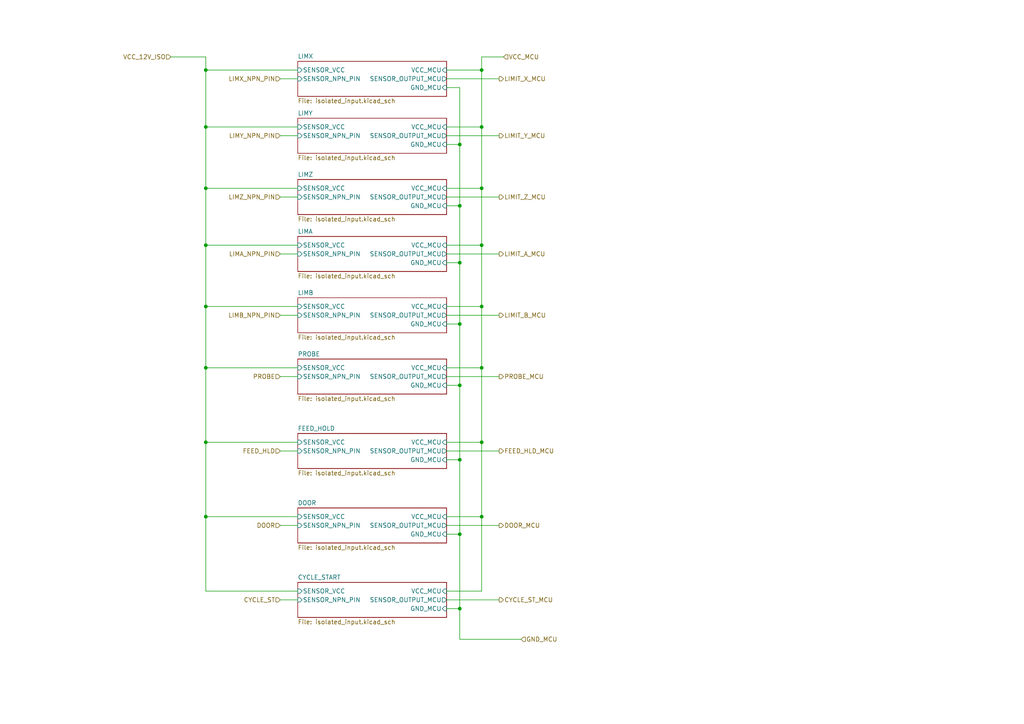
<source format=kicad_sch>
(kicad_sch (version 20211123) (generator eeschema)
  (paper "A4")
  (lib_symbols)
  (junction (at 59.69 20.32))
  (junction (at 59.69 106.68))
  (junction (at 133.35 76.2))
  (junction (at 59.69 149.86))
  (junction (at 139.7 128.27))
  (junction (at 139.7 54.61))
  (junction (at 139.7 106.68))
  (junction (at 133.35 133.35))
  (junction (at 59.69 36.83))
  (junction (at 139.7 36.83))
  (junction (at 133.35 154.94))
  (junction (at 139.7 88.9))
  (junction (at 133.35 41.91))
  (junction (at 59.69 54.61))
  (junction (at 133.35 176.53))
  (junction (at 59.69 128.27))
  (junction (at 133.35 93.98))
  (junction (at 59.69 71.12))
  (junction (at 139.7 20.32))
  (junction (at 133.35 111.76))
  (junction (at 59.69 88.9))
  (junction (at 133.35 59.69))
  (junction (at 139.7 149.86))
  (junction (at 139.7 71.12))
  (wire (pts (xy 133.35 76.2) (xy 133.35 93.98)))
  (wire (pts (xy 81.28 57.15) (xy 86.36 57.15)))
  (wire (pts (xy 133.35 154.94) (xy 133.35 176.53)))
  (wire (pts (xy 139.7 54.61) (xy 139.7 71.12)))
  (wire (pts (xy 129.54 59.69) (xy 133.35 59.69)))
  (wire (pts (xy 129.54 106.68) (xy 139.7 106.68)))
  (wire (pts (xy 86.36 71.12) (xy 59.69 71.12)))
  (wire (pts (xy 129.54 57.15) (xy 144.78 57.15)))
  (wire (pts (xy 139.7 20.32) (xy 129.54 20.32)))
  (wire (pts (xy 146.05 16.51) (xy 139.7 16.51)))
  (wire (pts (xy 81.28 152.4) (xy 86.36 152.4)))
  (wire (pts (xy 129.54 111.76) (xy 133.35 111.76)))
  (wire (pts (xy 133.35 111.76) (xy 133.35 133.35)))
  (wire (pts (xy 139.7 71.12) (xy 139.7 88.9)))
  (wire (pts (xy 59.69 88.9) (xy 59.69 106.68)))
  (wire (pts (xy 139.7 88.9) (xy 139.7 106.68)))
  (wire (pts (xy 129.54 152.4) (xy 144.78 152.4)))
  (wire (pts (xy 129.54 109.22) (xy 144.78 109.22)))
  (wire (pts (xy 129.54 25.4) (xy 133.35 25.4)))
  (wire (pts (xy 133.35 25.4) (xy 133.35 41.91)))
  (wire (pts (xy 133.35 41.91) (xy 133.35 59.69)))
  (wire (pts (xy 133.35 133.35) (xy 133.35 154.94)))
  (wire (pts (xy 133.35 176.53) (xy 133.35 185.42)))
  (wire (pts (xy 129.54 88.9) (xy 139.7 88.9)))
  (wire (pts (xy 129.54 149.86) (xy 139.7 149.86)))
  (wire (pts (xy 81.28 73.66) (xy 86.36 73.66)))
  (wire (pts (xy 86.36 88.9) (xy 59.69 88.9)))
  (wire (pts (xy 59.69 16.51) (xy 59.69 20.32)))
  (wire (pts (xy 129.54 133.35) (xy 133.35 133.35)))
  (wire (pts (xy 86.36 149.86) (xy 59.69 149.86)))
  (wire (pts (xy 129.54 173.99) (xy 144.78 173.99)))
  (wire (pts (xy 81.28 173.99) (xy 86.36 173.99)))
  (wire (pts (xy 81.28 130.81) (xy 86.36 130.81)))
  (wire (pts (xy 81.28 39.37) (xy 86.36 39.37)))
  (wire (pts (xy 139.7 128.27) (xy 139.7 106.68)))
  (wire (pts (xy 129.54 93.98) (xy 133.35 93.98)))
  (wire (pts (xy 59.69 54.61) (xy 59.69 71.12)))
  (wire (pts (xy 59.69 106.68) (xy 59.69 128.27)))
  (wire (pts (xy 59.69 128.27) (xy 59.69 149.86)))
  (wire (pts (xy 59.69 149.86) (xy 59.69 171.45)))
  (wire (pts (xy 86.36 106.68) (xy 59.69 106.68)))
  (wire (pts (xy 139.7 149.86) (xy 139.7 128.27)))
  (wire (pts (xy 86.36 171.45) (xy 59.69 171.45)))
  (wire (pts (xy 133.35 59.69) (xy 133.35 76.2)))
  (wire (pts (xy 129.54 41.91) (xy 133.35 41.91)))
  (wire (pts (xy 49.53 16.51) (xy 59.69 16.51)))
  (wire (pts (xy 59.69 20.32) (xy 86.36 20.32)))
  (wire (pts (xy 81.28 109.22) (xy 86.36 109.22)))
  (wire (pts (xy 86.36 54.61) (xy 59.69 54.61)))
  (wire (pts (xy 139.7 36.83) (xy 139.7 20.32)))
  (wire (pts (xy 129.54 176.53) (xy 133.35 176.53)))
  (wire (pts (xy 129.54 22.86) (xy 144.78 22.86)))
  (wire (pts (xy 129.54 36.83) (xy 139.7 36.83)))
  (wire (pts (xy 139.7 36.83) (xy 139.7 54.61)))
  (wire (pts (xy 129.54 73.66) (xy 144.78 73.66)))
  (wire (pts (xy 81.28 91.44) (xy 86.36 91.44)))
  (wire (pts (xy 81.28 22.86) (xy 86.36 22.86)))
  (wire (pts (xy 86.36 128.27) (xy 59.69 128.27)))
  (wire (pts (xy 59.69 36.83) (xy 59.69 54.61)))
  (wire (pts (xy 86.36 36.83) (xy 59.69 36.83)))
  (wire (pts (xy 129.54 91.44) (xy 144.78 91.44)))
  (wire (pts (xy 129.54 128.27) (xy 139.7 128.27)))
  (wire (pts (xy 129.54 76.2) (xy 133.35 76.2)))
  (wire (pts (xy 59.69 71.12) (xy 59.69 88.9)))
  (wire (pts (xy 129.54 71.12) (xy 139.7 71.12)))
  (wire (pts (xy 129.54 154.94) (xy 133.35 154.94)))
  (wire (pts (xy 133.35 185.42) (xy 151.13 185.42)))
  (wire (pts (xy 133.35 93.98) (xy 133.35 111.76)))
  (wire (pts (xy 139.7 171.45) (xy 139.7 149.86)))
  (wire (pts (xy 129.54 171.45) (xy 139.7 171.45)))
  (wire (pts (xy 129.54 54.61) (xy 139.7 54.61)))
  (wire (pts (xy 129.54 39.37) (xy 144.78 39.37)))
  (wire (pts (xy 59.69 36.83) (xy 59.69 20.32)))
  (wire (pts (xy 139.7 16.51) (xy 139.7 20.32)))
  (wire (pts (xy 129.54 130.81) (xy 144.78 130.81)))
  (hierarchical_label "LIMZ_NPN_PIN" (shape input) (at 81.28 57.15 180))
  (hierarchical_label "LIMIT_Y_MCU" (shape output) (at 144.78 39.37 0))
  (hierarchical_label "LIMX_NPN_PIN" (shape input) (at 81.28 22.86 180))
  (hierarchical_label "CYCLE_ST_MCU" (shape output) (at 144.78 173.99 0))
  (hierarchical_label "LIMIT_X_MCU" (shape output) (at 144.78 22.86 0))
  (hierarchical_label "LIMB_NPN_PIN" (shape input) (at 81.28 91.44 180))
  (hierarchical_label "LIMIT_A_MCU" (shape output) (at 144.78 73.66 0))
  (hierarchical_label "LIMA_NPN_PIN" (shape input) (at 81.28 73.66 180))
  (hierarchical_label "VCC_12V_ISO" (shape input) (at 49.53 16.51 180))
  (hierarchical_label "FEED_HLD" (shape input) (at 81.28 130.81 180))
  (hierarchical_label "DOOR" (shape input) (at 81.28 152.4 180))
  (hierarchical_label "LIMY_NPN_PIN" (shape input) (at 81.28 39.37 180))
  (hierarchical_label "PROBE_MCU" (shape output) (at 144.78 109.22 0))
  (hierarchical_label "CYCLE_ST" (shape input) (at 81.28 173.99 180))
  (hierarchical_label "LIMIT_Z_MCU" (shape output) (at 144.78 57.15 0))
  (hierarchical_label "FEED_HLD_MCU" (shape output) (at 144.78 130.81 0))
  (hierarchical_label "VCC_MCU" (shape input) (at 146.05 16.51 0))
  (hierarchical_label "LIMIT_B_MCU" (shape output) (at 144.78 91.44 0))
  (hierarchical_label "GND_MCU" (shape input) (at 151.13 185.42 0))
  (hierarchical_label "DOOR_MCU" (shape output) (at 144.78 152.4 0))
  (hierarchical_label "PROBE" (shape input) (at 81.28 109.22 180))
  (sheet (at 86.36 68.58) (size 43.18 10.16) (stroke (width 0.1524))
    (property "Sheet name" "LIMA" (at 86.36 67.8684 0) (effects (justify left bottom)))
    (property "Sheet file" "isolated_input.kicad_sch" (at 86.36 79.3246 0) (effects (justify left top)))
    (pin "SENSOR_VCC" input (at 86.36 71.12 180))
    (pin "SENSOR_NPN_PIN" input (at 86.36 73.66 180))
    (pin "SENSOR_OUTPUT_MCU" output (at 129.54 73.66 0))
    (pin "VCC_MCU" input (at 129.54 71.12 0))
    (pin "GND_MCU" input (at 129.54 76.2 0))
  )
  (sheet (at 86.36 104.14) (size 43.18 10.16) (stroke (width 0.1524))
    (property "Sheet name" "PROBE" (at 86.36 103.4284 0) (effects (justify left bottom)))
    (property "Sheet file" "isolated_input.kicad_sch" (at 86.36 114.8846 0) (effects (justify left top)))
    (pin "SENSOR_VCC" input (at 86.36 106.68 180))
    (pin "SENSOR_NPN_PIN" input (at 86.36 109.22 180))
    (pin "SENSOR_OUTPUT_MCU" output (at 129.54 109.22 0))
    (pin "VCC_MCU" input (at 129.54 106.68 0))
    (pin "GND_MCU" input (at 129.54 111.76 0))
  )
  (sheet (at 86.36 168.91) (size 43.18 10.16) (stroke (width 0.1524))
    (property "Sheet name" "CYCLE_START" (at 86.36 168.1984 0) (effects (justify left bottom)))
    (property "Sheet file" "isolated_input.kicad_sch" (at 86.36 179.6546 0) (effects (justify left top)))
    (pin "SENSOR_VCC" input (at 86.36 171.45 180))
    (pin "SENSOR_NPN_PIN" input (at 86.36 173.99 180))
    (pin "SENSOR_OUTPUT_MCU" output (at 129.54 173.99 0))
    (pin "VCC_MCU" input (at 129.54 171.45 0))
    (pin "GND_MCU" input (at 129.54 176.53 0))
  )
  (sheet (at 86.36 52.07) (size 43.18 10.16) (stroke (width 0.1524))
    (property "Sheet name" "LIMZ" (at 86.36 51.3584 0) (effects (justify left bottom)))
    (property "Sheet file" "isolated_input.kicad_sch" (at 86.36 62.8146 0) (effects (justify left top)))
    (pin "SENSOR_VCC" input (at 86.36 54.61 180))
    (pin "SENSOR_NPN_PIN" input (at 86.36 57.15 180))
    (pin "SENSOR_OUTPUT_MCU" output (at 129.54 57.15 0))
    (pin "VCC_MCU" input (at 129.54 54.61 0))
    (pin "GND_MCU" input (at 129.54 59.69 0))
  )
  (sheet (at 86.36 125.73) (size 43.18 10.16) (stroke (width 0.1524))
    (property "Sheet name" "FEED_HOLD" (at 86.36 125.0184 0) (effects (justify left bottom)))
    (property "Sheet file" "isolated_input.kicad_sch" (at 86.36 136.4746 0) (effects (justify left top)))
    (pin "SENSOR_VCC" input (at 86.36 128.27 180))
    (pin "SENSOR_NPN_PIN" input (at 86.36 130.81 180))
    (pin "SENSOR_OUTPUT_MCU" output (at 129.54 130.81 0))
    (pin "VCC_MCU" input (at 129.54 128.27 0))
    (pin "GND_MCU" input (at 129.54 133.35 0))
  )
  (sheet (at 86.36 17.78) (size 43.18 10.16) (stroke (width 0.1524))
    (property "Sheet name" "LIMX" (at 86.36 17.0684 0) (effects (justify left bottom)))
    (property "Sheet file" "isolated_input.kicad_sch" (at 86.36 28.5246 0) (effects (justify left top)))
    (pin "SENSOR_VCC" input (at 86.36 20.32 180))
    (pin "SENSOR_NPN_PIN" input (at 86.36 22.86 180))
    (pin "SENSOR_OUTPUT_MCU" output (at 129.54 22.86 0))
    (pin "VCC_MCU" input (at 129.54 20.32 0))
    (pin "GND_MCU" input (at 129.54 25.4 0))
  )
  (sheet (at 86.36 34.29) (size 43.18 10.16) (stroke (width 0.1524))
    (property "Sheet name" "LIMY" (at 86.36 33.5784 0) (effects (justify left bottom)))
    (property "Sheet file" "isolated_input.kicad_sch" (at 86.36 45.0346 0) (effects (justify left top)))
    (pin "SENSOR_VCC" input (at 86.36 36.83 180))
    (pin "SENSOR_NPN_PIN" input (at 86.36 39.37 180))
    (pin "SENSOR_OUTPUT_MCU" output (at 129.54 39.37 0))
    (pin "VCC_MCU" input (at 129.54 36.83 0))
    (pin "GND_MCU" input (at 129.54 41.91 0))
  )
  (sheet (at 86.36 147.32) (size 43.18 10.16) (stroke (width 0.1524))
    (property "Sheet name" "DOOR" (at 86.36 146.6084 0) (effects (justify left bottom)))
    (property "Sheet file" "isolated_input.kicad_sch" (at 86.36 158.0646 0) (effects (justify left top)))
    (pin "SENSOR_VCC" input (at 86.36 149.86 180))
    (pin "SENSOR_NPN_PIN" input (at 86.36 152.4 180))
    (pin "SENSOR_OUTPUT_MCU" output (at 129.54 152.4 0))
    (pin "VCC_MCU" input (at 129.54 149.86 0))
    (pin "GND_MCU" input (at 129.54 154.94 0))
  )
  (sheet (at 86.36 86.36) (size 43.18 10.16) (stroke (width 0.1524))
    (property "Sheet name" "LIMB" (at 86.36 85.6484 0) (effects (justify left bottom)))
    (property "Sheet file" "isolated_input.kicad_sch" (at 86.36 97.1046 0) (effects (justify left top)))
    (pin "GND_MCU" input (at 129.54 93.98 0))
    (pin "SENSOR_NPN_PIN" input (at 86.36 91.44 180))
    (pin "SENSOR_VCC" input (at 86.36 88.9 180))
    (pin "VCC_MCU" input (at 129.54 88.9 0))
    (pin "SENSOR_OUTPUT_MCU" output (at 129.54 91.44 0))
  )
)
</source>
